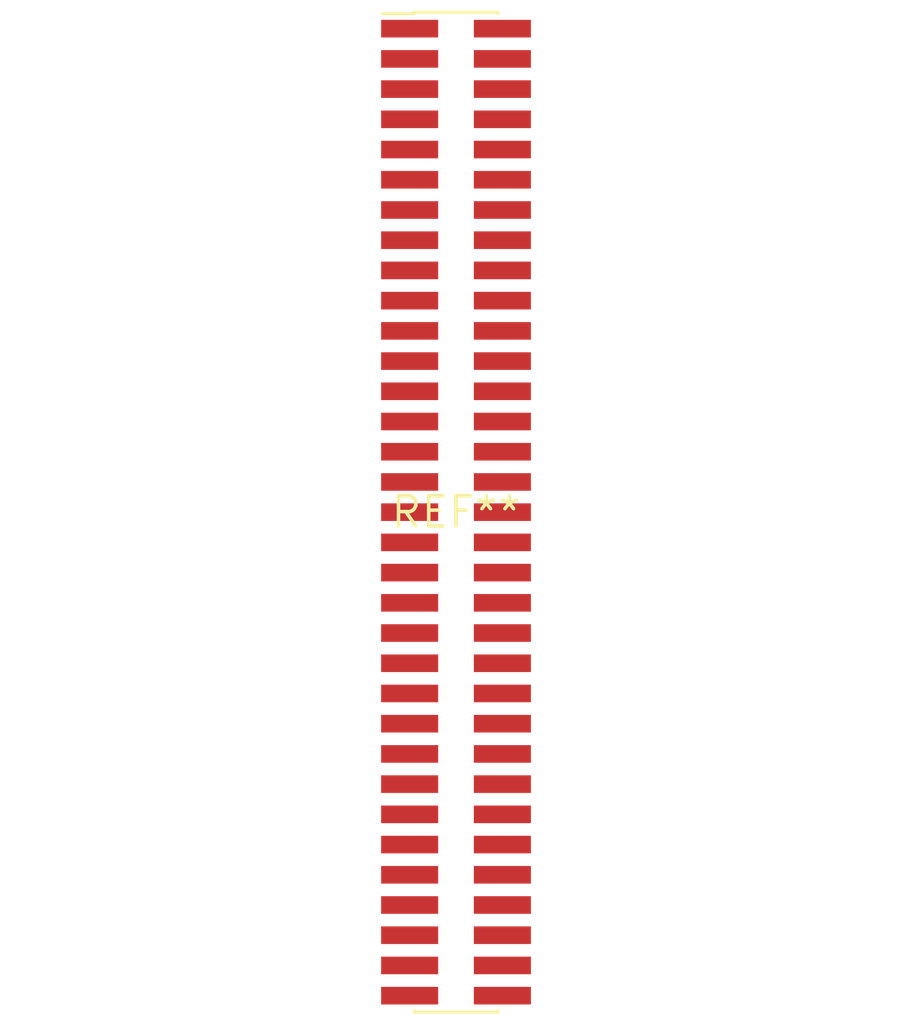
<source format=kicad_pcb>
(kicad_pcb (version 20240108) (generator pcbnew)
  (layers (0 "F.Cu" signal) (31 "B.Cu" signal) (34 "B.Paste" user) (35 "F.Paste" user) (36 "B.SilkS" user "B.Silkscreen") (37 "F.SilkS" user "F.Silkscreen") (38 "B.Mask" user) (39 "F.Mask" user) (44 "Edge.Cuts" user))
  (net 0 "")
  (footprint "PinHeader_2x33_P1.27mm_Vertical_SMD" (layer "F.Cu") (at 0 0)
    (property "Reference" "REF**")
    (property "Value" "PinHeader_2x33_P1.27mm_Vertical_SMD")
    (fp_line (start -3.09 -20.95) (end -1.765 -20.95) (layer "F.SilkS") (stroke (width 0.12)))
    (fp_line (start -1.765 -21.015) (end -1.765 -20.95) (layer "F.SilkS") (stroke (width 0.12)))
    (fp_line (start -1.765 -21.015) (end 1.765 -21.015) (layer "F.SilkS") (stroke (width 0.12)))
    (fp_line (start -1.765 20.95) (end -1.765 21.015) (layer "F.SilkS") (stroke (width 0.12)))
    (fp_line (start -1.765 21.015) (end 1.765 21.015) (layer "F.SilkS") (stroke (width 0.12)))
    (fp_line (start 1.765 -21.015) (end 1.765 -20.95) (layer "F.SilkS") (stroke (width 0.12)))
    (fp_line (start 1.765 20.95) (end 1.765 21.015) (layer "F.SilkS") (stroke (width 0.12)))
    (pad "1" smd rect (at -1.95 -20.32) (size 2.4 0.74) (layers "F.Cu" "F.Paste" "F.Mask"))
    (pad "2" smd rect (at 1.95 -20.32) (size 2.4 0.74) (layers "F.Cu" "F.Paste" "F.Mask"))
    (pad "3" smd rect (at -1.95 -19.05) (size 2.4 0.74) (layers "F.Cu" "F.Paste" "F.Mask"))
    (pad "4" smd rect (at 1.95 -19.05) (size 2.4 0.74) (layers "F.Cu" "F.Paste" "F.Mask"))
    (pad "5" smd rect (at -1.95 -17.78) (size 2.4 0.74) (layers "F.Cu" "F.Paste" "F.Mask"))
    (pad "6" smd rect (at 1.95 -17.78) (size 2.4 0.74) (layers "F.Cu" "F.Paste" "F.Mask"))
    (pad "7" smd rect (at -1.95 -16.51) (size 2.4 0.74) (layers "F.Cu" "F.Paste" "F.Mask"))
    (pad "8" smd rect (at 1.95 -16.51) (size 2.4 0.74) (layers "F.Cu" "F.Paste" "F.Mask"))
    (pad "9" smd rect (at -1.95 -15.24) (size 2.4 0.74) (layers "F.Cu" "F.Paste" "F.Mask"))
    (pad "10" smd rect (at 1.95 -15.24) (size 2.4 0.74) (layers "F.Cu" "F.Paste" "F.Mask"))
    (pad "11" smd rect (at -1.95 -13.97) (size 2.4 0.74) (layers "F.Cu" "F.Paste" "F.Mask"))
    (pad "12" smd rect (at 1.95 -13.97) (size 2.4 0.74) (layers "F.Cu" "F.Paste" "F.Mask"))
    (pad "13" smd rect (at -1.95 -12.7) (size 2.4 0.74) (layers "F.Cu" "F.Paste" "F.Mask"))
    (pad "14" smd rect (at 1.95 -12.7) (size 2.4 0.74) (layers "F.Cu" "F.Paste" "F.Mask"))
    (pad "15" smd rect (at -1.95 -11.43) (size 2.4 0.74) (layers "F.Cu" "F.Paste" "F.Mask"))
    (pad "16" smd rect (at 1.95 -11.43) (size 2.4 0.74) (layers "F.Cu" "F.Paste" "F.Mask"))
    (pad "17" smd rect (at -1.95 -10.16) (size 2.4 0.74) (layers "F.Cu" "F.Paste" "F.Mask"))
    (pad "18" smd rect (at 1.95 -10.16) (size 2.4 0.74) (layers "F.Cu" "F.Paste" "F.Mask"))
    (pad "19" smd rect (at -1.95 -8.89) (size 2.4 0.74) (layers "F.Cu" "F.Paste" "F.Mask"))
    (pad "20" smd rect (at 1.95 -8.89) (size 2.4 0.74) (layers "F.Cu" "F.Paste" "F.Mask"))
    (pad "21" smd rect (at -1.95 -7.62) (size 2.4 0.74) (layers "F.Cu" "F.Paste" "F.Mask"))
    (pad "22" smd rect (at 1.95 -7.62) (size 2.4 0.74) (layers "F.Cu" "F.Paste" "F.Mask"))
    (pad "23" smd rect (at -1.95 -6.35) (size 2.4 0.74) (layers "F.Cu" "F.Paste" "F.Mask"))
    (pad "24" smd rect (at 1.95 -6.35) (size 2.4 0.74) (layers "F.Cu" "F.Paste" "F.Mask"))
    (pad "25" smd rect (at -1.95 -5.08) (size 2.4 0.74) (layers "F.Cu" "F.Paste" "F.Mask"))
    (pad "26" smd rect (at 1.95 -5.08) (size 2.4 0.74) (layers "F.Cu" "F.Paste" "F.Mask"))
    (pad "27" smd rect (at -1.95 -3.81) (size 2.4 0.74) (layers "F.Cu" "F.Paste" "F.Mask"))
    (pad "28" smd rect (at 1.95 -3.81) (size 2.4 0.74) (layers "F.Cu" "F.Paste" "F.Mask"))
    (pad "29" smd rect (at -1.95 -2.54) (size 2.4 0.74) (layers "F.Cu" "F.Paste" "F.Mask"))
    (pad "30" smd rect (at 1.95 -2.54) (size 2.4 0.74) (layers "F.Cu" "F.Paste" "F.Mask"))
    (pad "31" smd rect (at -1.95 -1.27) (size 2.4 0.74) (layers "F.Cu" "F.Paste" "F.Mask"))
    (pad "32" smd rect (at 1.95 -1.27) (size 2.4 0.74) (layers "F.Cu" "F.Paste" "F.Mask"))
    (pad "33" smd rect (at -1.95 0) (size 2.4 0.74) (layers "F.Cu" "F.Paste" "F.Mask"))
    (pad "34" smd rect (at 1.95 0) (size 2.4 0.74) (layers "F.Cu" "F.Paste" "F.Mask"))
    (pad "35" smd rect (at -1.95 1.27) (size 2.4 0.74) (layers "F.Cu" "F.Paste" "F.Mask"))
    (pad "36" smd rect (at 1.95 1.27) (size 2.4 0.74) (layers "F.Cu" "F.Paste" "F.Mask"))
    (pad "37" smd rect (at -1.95 2.54) (size 2.4 0.74) (layers "F.Cu" "F.Paste" "F.Mask"))
    (pad "38" smd rect (at 1.95 2.54) (size 2.4 0.74) (layers "F.Cu" "F.Paste" "F.Mask"))
    (pad "39" smd rect (at -1.95 3.81) (size 2.4 0.74) (layers "F.Cu" "F.Paste" "F.Mask"))
    (pad "40" smd rect (at 1.95 3.81) (size 2.4 0.74) (layers "F.Cu" "F.Paste" "F.Mask"))
    (pad "41" smd rect (at -1.95 5.08) (size 2.4 0.74) (layers "F.Cu" "F.Paste" "F.Mask"))
    (pad "42" smd rect (at 1.95 5.08) (size 2.4 0.74) (layers "F.Cu" "F.Paste" "F.Mask"))
    (pad "43" smd rect (at -1.95 6.35) (size 2.4 0.74) (layers "F.Cu" "F.Paste" "F.Mask"))
    (pad "44" smd rect (at 1.95 6.35) (size 2.4 0.74) (layers "F.Cu" "F.Paste" "F.Mask"))
    (pad "45" smd rect (at -1.95 7.62) (size 2.4 0.74) (layers "F.Cu" "F.Paste" "F.Mask"))
    (pad "46" smd rect (at 1.95 7.62) (size 2.4 0.74) (layers "F.Cu" "F.Paste" "F.Mask"))
    (pad "47" smd rect (at -1.95 8.89) (size 2.4 0.74) (layers "F.Cu" "F.Paste" "F.Mask"))
    (pad "48" smd rect (at 1.95 8.89) (size 2.4 0.74) (layers "F.Cu" "F.Paste" "F.Mask"))
    (pad "49" smd rect (at -1.95 10.16) (size 2.4 0.74) (layers "F.Cu" "F.Paste" "F.Mask"))
    (pad "50" smd rect (at 1.95 10.16) (size 2.4 0.74) (layers "F.Cu" "F.Paste" "F.Mask"))
    (pad "51" smd rect (at -1.95 11.43) (size 2.4 0.74) (layers "F.Cu" "F.Paste" "F.Mask"))
    (pad "52" smd rect (at 1.95 11.43) (size 2.4 0.74) (layers "F.Cu" "F.Paste" "F.Mask"))
    (pad "53" smd rect (at -1.95 12.7) (size 2.4 0.74) (layers "F.Cu" "F.Paste" "F.Mask"))
    (pad "54" smd rect (at 1.95 12.7) (size 2.4 0.74) (layers "F.Cu" "F.Paste" "F.Mask"))
    (pad "55" smd rect (at -1.95 13.97) (size 2.4 0.74) (layers "F.Cu" "F.Paste" "F.Mask"))
    (pad "56" smd rect (at 1.95 13.97) (size 2.4 0.74) (layers "F.Cu" "F.Paste" "F.Mask"))
    (pad "57" smd rect (at -1.95 15.24) (size 2.4 0.74) (layers "F.Cu" "F.Paste" "F.Mask"))
    (pad "58" smd rect (at 1.95 15.24) (size 2.4 0.74) (layers "F.Cu" "F.Paste" "F.Mask"))
    (pad "59" smd rect (at -1.95 16.51) (size 2.4 0.74) (layers "F.Cu" "F.Paste" "F.Mask"))
    (pad "60" smd rect (at 1.95 16.51) (size 2.4 0.74) (layers "F.Cu" "F.Paste" "F.Mask"))
    (pad "61" smd rect (at -1.95 17.78) (size 2.4 0.74) (layers "F.Cu" "F.Paste" "F.Mask"))
    (pad "62" smd rect (at 1.95 17.78) (size 2.4 0.74) (layers "F.Cu" "F.Paste" "F.Mask"))
    (pad "63" smd rect (at -1.95 19.05) (size 2.4 0.74) (layers "F.Cu" "F.Paste" "F.Mask"))
    (pad "64" smd rect (at 1.95 19.05) (size 2.4 0.74) (layers "F.Cu" "F.Paste" "F.Mask"))
    (pad "65" smd rect (at -1.95 20.32) (size 2.4 0.74) (layers "F.Cu" "F.Paste" "F.Mask"))
    (pad "66" smd rect (at 1.95 20.32) (size 2.4 0.74) (layers "F.Cu" "F.Paste" "F.Mask"))
  )
)
</source>
